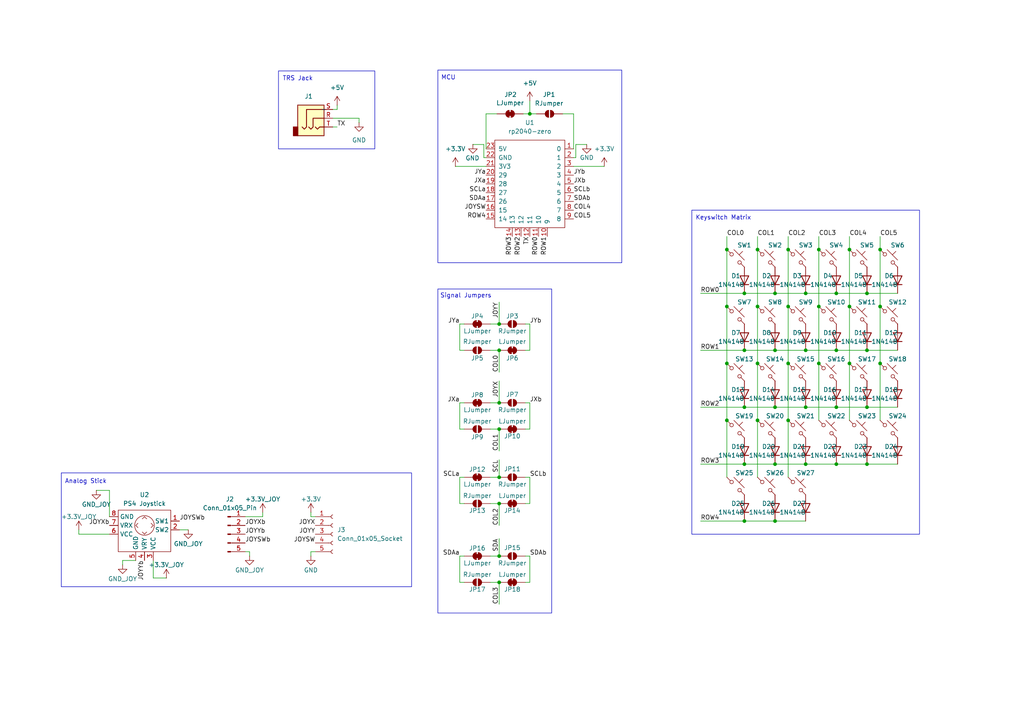
<source format=kicad_sch>
(kicad_sch (version 20231120) (generator "eeschema") (generator_version "8.0")
  (paper "A4")
  (junction (at 224.79 134.62))
  (junction (at 233.68 101.6))
  (junction (at 144.78 101.6))
  (junction (at 210.82 88.9))
  (junction (at 242.57 118.11))
  (junction (at 237.49 72.39))
  (junction (at 144.78 116.84))
  (junction (at 246.38 105.41))
  (junction (at 210.82 121.92))
  (junction (at 215.9 134.62))
  (junction (at 219.71 121.92))
  (junction (at 233.68 118.11))
  (junction (at 242.57 85.09))
  (junction (at 251.46 118.11))
  (junction (at 224.79 85.09))
  (junction (at 144.78 138.43))
  (junction (at 215.9 118.11))
  (junction (at 215.9 151.13))
  (junction (at 228.6 105.41))
  (junction (at 255.27 105.41))
  (junction (at 228.6 72.39))
  (junction (at 233.68 85.09))
  (junction (at 255.27 72.39))
  (junction (at 224.79 118.11))
  (junction (at 228.6 121.92))
  (junction (at 228.6 88.9))
  (junction (at 251.46 101.6))
  (junction (at 219.71 72.39))
  (junction (at 219.71 105.41))
  (junction (at 251.46 134.62))
  (junction (at 246.38 72.39))
  (junction (at 233.68 134.62))
  (junction (at 144.78 168.91))
  (junction (at 144.78 161.29))
  (junction (at 224.79 151.13))
  (junction (at 144.78 93.98))
  (junction (at 237.49 105.41))
  (junction (at 215.9 101.6))
  (junction (at 246.38 88.9))
  (junction (at 251.46 85.09))
  (junction (at 153.67 33.02))
  (junction (at 237.49 88.9))
  (junction (at 255.27 88.9))
  (junction (at 219.71 88.9))
  (junction (at 210.82 72.39))
  (junction (at 215.9 85.09))
  (junction (at 242.57 134.62))
  (junction (at 144.78 124.46))
  (junction (at 144.78 146.05))
  (junction (at 224.79 101.6))
  (junction (at 210.82 105.41))
  (junction (at 242.57 101.6))
  (wire (pts (xy 142.24 101.6) (xy 144.78 101.6)))
  (wire (pts (xy 153.67 124.46) (xy 153.67 116.84)))
  (wire (pts (xy 219.71 88.9) (xy 219.71 105.41)))
  (wire (pts (xy 255.27 105.41) (xy 255.27 121.92)))
  (wire (pts (xy 31.75 154.94) (xy 22.86 154.94)))
  (wire (pts (xy 96.52 36.83) (xy 97.79 36.83)))
  (wire (pts (xy 35.56 163.83) (xy 35.56 162.56)))
  (wire (pts (xy 142.24 93.98) (xy 144.78 93.98)))
  (wire (pts (xy 44.45 162.56) (xy 44.45 167.64)))
  (wire (pts (xy 90.17 160.02) (xy 90.17 161.29)))
  (wire (pts (xy 246.38 105.41) (xy 246.38 121.92)))
  (wire (pts (xy 153.67 138.43) (xy 152.4 138.43)))
  (wire (pts (xy 140.335 45.72) (xy 140.97 45.72)))
  (wire (pts (xy 210.82 121.92) (xy 210.82 138.43)))
  (wire (pts (xy 96.52 34.29) (xy 104.14 34.29)))
  (wire (pts (xy 228.6 68.58) (xy 228.6 72.39)))
  (wire (pts (xy 237.49 72.39) (xy 237.49 88.9)))
  (wire (pts (xy 224.79 101.6) (xy 233.68 101.6)))
  (wire (pts (xy 233.68 134.62) (xy 242.57 134.62)))
  (wire (pts (xy 144.78 101.6) (xy 144.78 107.95)))
  (wire (pts (xy 153.67 168.91) (xy 153.67 161.29)))
  (wire (pts (xy 35.56 162.56) (xy 39.37 162.56)))
  (wire (pts (xy 153.67 101.6) (xy 152.4 101.6)))
  (wire (pts (xy 246.38 72.39) (xy 246.38 88.9)))
  (wire (pts (xy 140.335 41.91) (xy 140.335 45.72)))
  (wire (pts (xy 203.2 134.62) (xy 215.9 134.62)))
  (wire (pts (xy 203.2 101.6) (xy 215.9 101.6)))
  (wire (pts (xy 215.9 85.09) (xy 224.79 85.09)))
  (wire (pts (xy 72.39 160.02) (xy 72.39 161.29)))
  (wire (pts (xy 144.78 146.05) (xy 144.78 152.4)))
  (wire (pts (xy 90.17 148.59) (xy 90.17 149.86)))
  (wire (pts (xy 251.46 118.11) (xy 260.35 118.11)))
  (wire (pts (xy 133.35 168.91) (xy 134.62 168.91)))
  (wire (pts (xy 133.35 93.98) (xy 133.35 101.6)))
  (wire (pts (xy 91.44 149.86) (xy 90.17 149.86)))
  (wire (pts (xy 153.67 93.98) (xy 152.4 93.98)))
  (wire (pts (xy 153.67 29.21) (xy 153.67 33.02)))
  (wire (pts (xy 97.79 31.75) (xy 96.52 31.75)))
  (wire (pts (xy 144.78 133.35) (xy 144.78 138.43)))
  (wire (pts (xy 219.71 105.41) (xy 219.71 121.92)))
  (wire (pts (xy 242.57 118.11) (xy 251.46 118.11)))
  (wire (pts (xy 153.67 146.05) (xy 152.4 146.05)))
  (wire (pts (xy 246.38 68.58) (xy 246.38 72.39)))
  (wire (pts (xy 228.6 105.41) (xy 228.6 121.92)))
  (wire (pts (xy 203.2 85.09) (xy 215.9 85.09)))
  (wire (pts (xy 233.68 85.09) (xy 242.57 85.09)))
  (wire (pts (xy 22.86 154.94) (xy 22.86 153.67)))
  (wire (pts (xy 153.67 116.84) (xy 152.4 116.84)))
  (wire (pts (xy 71.12 149.86) (xy 76.2 149.86)))
  (wire (pts (xy 210.82 68.58) (xy 210.82 72.39)))
  (wire (pts (xy 144.78 156.21) (xy 144.78 161.29)))
  (wire (pts (xy 151.765 33.02) (xy 153.67 33.02)))
  (wire (pts (xy 237.49 88.9) (xy 237.49 105.41)))
  (wire (pts (xy 251.46 101.6) (xy 260.35 101.6)))
  (wire (pts (xy 167.005 45.72) (xy 166.37 45.72)))
  (wire (pts (xy 133.35 101.6) (xy 134.62 101.6)))
  (wire (pts (xy 153.67 168.91) (xy 152.4 168.91)))
  (wire (pts (xy 104.14 34.29) (xy 104.14 35.56)))
  (wire (pts (xy 140.335 41.91) (xy 137.16 41.91)))
  (wire (pts (xy 242.57 85.09) (xy 251.46 85.09)))
  (wire (pts (xy 133.35 138.43) (xy 134.62 138.43)))
  (wire (pts (xy 132.08 48.26) (xy 140.97 48.26)))
  (wire (pts (xy 144.78 87.63) (xy 144.78 93.98)))
  (wire (pts (xy 52.07 153.67) (xy 54.61 153.67)))
  (wire (pts (xy 233.68 101.6) (xy 242.57 101.6)))
  (wire (pts (xy 210.82 88.9) (xy 210.82 105.41)))
  (wire (pts (xy 133.35 93.98) (xy 134.62 93.98)))
  (wire (pts (xy 166.37 43.18) (xy 166.37 33.02)))
  (wire (pts (xy 166.37 33.02) (xy 163.195 33.02)))
  (wire (pts (xy 153.67 146.05) (xy 153.67 138.43)))
  (wire (pts (xy 242.57 101.6) (xy 251.46 101.6)))
  (wire (pts (xy 255.27 68.58) (xy 255.27 72.39)))
  (wire (pts (xy 144.78 124.46) (xy 144.78 130.81)))
  (wire (pts (xy 142.24 161.29) (xy 144.78 161.29)))
  (wire (pts (xy 133.35 116.84) (xy 133.35 124.46)))
  (wire (pts (xy 142.24 146.05) (xy 144.78 146.05)))
  (wire (pts (xy 215.9 151.13) (xy 224.79 151.13)))
  (wire (pts (xy 246.38 88.9) (xy 246.38 105.41)))
  (wire (pts (xy 153.67 161.29) (xy 152.4 161.29)))
  (wire (pts (xy 233.68 118.11) (xy 242.57 118.11)))
  (wire (pts (xy 224.79 85.09) (xy 233.68 85.09)))
  (wire (pts (xy 215.9 101.6) (xy 224.79 101.6)))
  (wire (pts (xy 237.49 105.41) (xy 237.49 121.92)))
  (wire (pts (xy 251.46 134.62) (xy 260.35 134.62)))
  (wire (pts (xy 210.82 105.41) (xy 210.82 121.92)))
  (wire (pts (xy 153.67 101.6) (xy 153.67 93.98)))
  (wire (pts (xy 237.49 68.58) (xy 237.49 72.39)))
  (wire (pts (xy 166.37 48.26) (xy 175.26 48.26)))
  (wire (pts (xy 228.6 72.39) (xy 228.6 88.9)))
  (wire (pts (xy 224.79 118.11) (xy 233.68 118.11)))
  (wire (pts (xy 133.35 124.46) (xy 134.62 124.46)))
  (wire (pts (xy 140.97 33.02) (xy 140.97 43.18)))
  (wire (pts (xy 255.27 72.39) (xy 255.27 88.9)))
  (wire (pts (xy 133.35 116.84) (xy 134.62 116.84)))
  (wire (pts (xy 255.27 88.9) (xy 255.27 105.41)))
  (wire (pts (xy 97.79 31.75) (xy 97.79 30.48)))
  (wire (pts (xy 144.78 110.49) (xy 144.78 116.84)))
  (wire (pts (xy 215.9 134.62) (xy 224.79 134.62)))
  (wire (pts (xy 133.35 161.29) (xy 133.35 168.91)))
  (wire (pts (xy 228.6 88.9) (xy 228.6 105.41)))
  (wire (pts (xy 167.005 41.91) (xy 170.18 41.91)))
  (wire (pts (xy 133.35 146.05) (xy 134.62 146.05)))
  (wire (pts (xy 44.45 167.64) (xy 48.26 167.64)))
  (wire (pts (xy 215.9 118.11) (xy 224.79 118.11)))
  (wire (pts (xy 144.78 168.91) (xy 144.78 175.26)))
  (wire (pts (xy 155.575 33.02) (xy 153.67 33.02)))
  (wire (pts (xy 71.12 160.02) (xy 72.39 160.02)))
  (wire (pts (xy 31.75 142.24) (xy 27.94 142.24)))
  (wire (pts (xy 133.35 161.29) (xy 134.62 161.29)))
  (wire (pts (xy 76.2 148.59) (xy 76.2 149.86)))
  (wire (pts (xy 219.71 72.39) (xy 219.71 88.9)))
  (wire (pts (xy 142.24 168.91) (xy 144.78 168.91)))
  (wire (pts (xy 219.71 121.92) (xy 219.71 138.43)))
  (wire (pts (xy 203.2 118.11) (xy 215.9 118.11)))
  (wire (pts (xy 210.82 72.39) (xy 210.82 88.9)))
  (wire (pts (xy 219.71 68.58) (xy 219.71 72.39)))
  (wire (pts (xy 251.46 85.09) (xy 260.35 85.09)))
  (wire (pts (xy 142.24 138.43) (xy 144.78 138.43)))
  (wire (pts (xy 31.75 149.86) (xy 31.75 142.24)))
  (wire (pts (xy 224.79 151.13) (xy 233.68 151.13)))
  (wire (pts (xy 142.24 116.84) (xy 144.78 116.84)))
  (wire (pts (xy 144.145 33.02) (xy 140.97 33.02)))
  (wire (pts (xy 142.24 124.46) (xy 144.78 124.46)))
  (wire (pts (xy 242.57 134.62) (xy 251.46 134.62)))
  (wire (pts (xy 224.79 134.62) (xy 233.68 134.62)))
  (wire (pts (xy 167.005 41.91) (xy 167.005 45.72)))
  (wire (pts (xy 91.44 160.02) (xy 90.17 160.02)))
  (wire (pts (xy 228.6 121.92) (xy 228.6 138.43)))
  (wire (pts (xy 153.67 124.46) (xy 152.4 124.46)))
  (wire (pts (xy 203.2 151.13) (xy 215.9 151.13)))
  (wire (pts (xy 133.35 138.43) (xy 133.35 146.05)))
  (rectangle (start 17.78 137.16) (end 119.38 170.18))
  (rectangle (start 127 83.82) (end 160.02 177.8))
  (rectangle (start 127 20.32) (end 180.34 76.2))
  (rectangle (start 80.772 20.574) (end 108.712 43.18))
  (rectangle (start 200.66 60.96) (end 266.7 154.94))
  (text "Keyswitch Matrix" (at 209.804 63.246 0) (effects (font (size 1.27 1.27))))
  (text "Signal Jumpers" (at 135.128 85.852 0) (effects (font (size 1.27 1.27))))
  (text "MCU\n" (at 130.048 22.606 0) (effects (font (size 1.27 1.27))))
  (text "Analog Stick" (at 24.892 139.7 0) (effects (font (size 1.27 1.27))))
  (text "TRS Jack" (at 86.36 22.86 0) (effects (font (size 1.27 1.27))))
  (label "ROW1" (at 203.2 101.6 0))
  (label "JXa" (at 133.35 116.84 180))
  (label "ROW3" (at 203.2 134.62 0))
  (label "ROW1" (at 158.75 68.58 270))
  (label "SDAb" (at 153.67 161.29 0))
  (label "JOYXb" (at 31.75 152.4 180))
  (label "JOYYb" (at 41.91 162.56 270))
  (label "SCL" (at 144.78 133.35 270))
  (label "TX" (at 97.79 36.83 0))
  (label "JOYSW" (at 140.97 60.96 180))
  (label "JOYY" (at 144.78 87.63 270))
  (label "COL2" (at 144.78 152.4 90))
  (label "JYb" (at 166.37 50.8 0))
  (label "SCLa" (at 140.97 55.88 180))
  (label "JOYY" (at 91.44 154.94 180))
  (label "SCLa" (at 133.35 138.43 180))
  (label "COL0" (at 144.78 107.95 90))
  (label "SDAa" (at 140.97 58.42 180))
  (label "SDA" (at 144.78 156.21 270))
  (label "JXb" (at 153.67 116.84 0))
  (label "JXb" (at 166.37 53.34 0))
  (label "COL2" (at 228.6 68.58 0))
  (label "ROW4" (at 140.97 63.5 180))
  (label "JYa" (at 133.35 93.98 180))
  (label "COL1" (at 219.71 68.58 0))
  (label "JOYSWb" (at 71.12 157.48 0))
  (label "COL5" (at 255.27 68.58 0))
  (label "COL0" (at 210.82 68.58 0))
  (label "JOYX" (at 144.78 110.49 270))
  (label "ROW3" (at 148.59 68.58 270))
  (label "ROW0" (at 156.21 68.58 270))
  (label "ROW4" (at 203.2 151.13 0))
  (label "ROW2" (at 203.2 118.11 0))
  (label "COL3" (at 144.78 175.26 90))
  (label "TX" (at 153.67 68.58 270))
  (label "SDAa" (at 133.35 161.29 180))
  (label "JXa" (at 140.97 53.34 180))
  (label "JOYX" (at 91.44 152.4 180))
  (label "COL4" (at 246.38 68.58 0))
  (label "JOYSW" (at 91.44 157.48 180))
  (label "ROW0" (at 203.2 85.09 0))
  (label "COL5" (at 166.37 63.5 0))
  (label "COL3" (at 237.49 68.58 0))
  (label "JYa" (at 140.97 50.8 180))
  (label "JOYYb" (at 71.12 154.94 0))
  (label "SDAb" (at 166.37 58.42 0))
  (label "JYb" (at 153.67 93.98 0))
  (label "COL4" (at 166.37 60.96 0))
  (label "JOYXb" (at 71.12 152.4 0))
  (label "SCLb" (at 166.37 55.88 0))
  (label "JOYSWb" (at 52.07 151.13 0))
  (label "ROW2" (at 151.13 68.58 270))
  (label "SCLb" (at 153.67 138.43 0))
  (label "COL1" (at 144.78 130.81 90))
  (symbol (lib_id "Diode:1N4148") (at 251.46 130.81 90) (unit 1)
    (property "Reference" "D23" (at 247.65 129.54 90) (effects (justify right)))
    (property "Value" "1N4148" (at 243.84 132.08 90) (effects (justify right)))
    (property "Footprint" "Diode_THT:D_DO-35_SOD27_P7.62mm_Horizontal" (effects (hide yes)))
    (property "Datasheet" "https://assets.nexperia.com/documents/data-sheet/1N4148_1N4448.pdf" (effects (hide yes)))
    (property "Description" "100V 0.15A standard switching diode, DO-35" (effects (hide yes)))
    (property "Sim.Device" "D" (effects (hide yes)))
    (property "Sim.Pins" "1=K 2=A" (effects (hide yes)))
  )
  (symbol (lib_id "Diode:1N4148") (at 260.35 81.28 90) (unit 1)
    (property "Reference" "D6" (at 256.54 80.01 90) (effects (justify right)))
    (property "Value" "1N4148" (at 252.73 82.55 90) (effects (justify right)))
    (property "Footprint" "Diode_THT:D_DO-35_SOD27_P7.62mm_Horizontal" (effects (hide yes)))
    (property "Datasheet" "https://assets.nexperia.com/documents/data-sheet/1N4148_1N4448.pdf" (effects (hide yes)))
    (property "Description" "100V 0.15A standard switching diode, DO-35" (effects (hide yes)))
    (property "Sim.Device" "D" (effects (hide yes)))
    (property "Sim.Pins" "1=K 2=A" (effects (hide yes)))
  )
  (symbol (lib_id "power:+3.3V") (at 90.17 148.59 0) (unit 1)
    (property "Reference" "#PWR015" (effects (hide yes)))
    (property "Value" "+3.3V" (at 90.17 144.78 0))
    (property "Description" "Power symbol creates a global label with name \"+3.3V\"" (effects (hide yes)))
  )
  (symbol (lib_id "Jumper:SolderJumper_2_Bridged") (at 138.43 116.84 180) (unit 1)
    (property "Reference" "JP8" (at 138.43 114.554 0))
    (property "Value" "LJumper" (at 138.43 118.872 0))
    (property "Footprint" "Jumper:SolderJumper-2_P1.3mm_Open_TrianglePad1.0x1.5mm" (effects (hide yes)))
    (property "Description" "Solder Jumper, 2-pole, closed/bridged" (effects (hide yes)))
  )
  (symbol (lib_id "Diode:1N4148") (at 224.79 114.3 90) (unit 1)
    (property "Reference" "D14" (at 220.98 113.03 90) (effects (justify right)))
    (property "Value" "1N4148" (at 217.17 115.57 90) (effects (justify right)))
    (property "Footprint" "Diode_THT:D_DO-35_SOD27_P7.62mm_Horizontal" (effects (hide yes)))
    (property "Datasheet" "https://assets.nexperia.com/documents/data-sheet/1N4148_1N4448.pdf" (effects (hide yes)))
    (property "Description" "100V 0.15A standard switching diode, DO-35" (effects (hide yes)))
    (property "Sim.Device" "D" (effects (hide yes)))
    (property "Sim.Pins" "1=K 2=A" (effects (hide yes)))
  )
  (symbol (lib_id "Jumper:SolderJumper_2_Open") (at 138.43 124.46 180) (unit 1)
    (property "Reference" "JP9" (at 138.43 126.746 0))
    (property "Value" "RJumper" (at 138.43 122.174 0))
    (property "Footprint" "Jumper:SolderJumper-2_P1.3mm_Open_TrianglePad1.0x1.5mm" (effects (hide yes)))
    (property "Description" "Solder Jumper, 2-pole, open" (effects (hide yes)))
  )
  (symbol (lib_id "power:+3.3V") (at 175.26 48.26 0) (unit 1)
    (property "Reference" "#PWR011" (effects (hide yes)))
    (property "Value" "+3.3V" (at 175.26 43.18 0))
    (property "Description" "Power symbol creates a global label with name \"+3.3V\"" (effects (hide yes)))
  )
  (symbol (lib_id "keyboard:MX 1u PCB") (at 240.03 74.93 0) (unit 1)
    (property "Reference" "SW4" (at 242.57 71.12 0))
    (property "Value" "1u MX" (effects (hide yes)))
    (property "Footprint" "PCM_Switch_Keyboard_Cherry_MX:SW_Cherry_MX_PCB_1.00u" (effects (hide yes)))
    (property "Description" "Cherry MX keyswitch, 1.00u, PCB mount, http://cherryamericas.com/wp-content/uploads/2014/12/mx_cat.pdf" (effects (hide yes)))
  )
  (symbol (lib_id "Diode:1N4148") (at 224.79 97.79 90) (unit 1)
    (property "Reference" "D8" (at 220.98 96.52 90) (effects (justify right)))
    (property "Value" "1N4148" (at 217.17 99.06 90) (effects (justify right)))
    (property "Footprint" "Diode_THT:D_DO-35_SOD27_P7.62mm_Horizontal" (effects (hide yes)))
    (property "Datasheet" "https://assets.nexperia.com/documents/data-sheet/1N4148_1N4448.pdf" (effects (hide yes)))
    (property "Description" "100V 0.15A standard switching diode, DO-35" (effects (hide yes)))
    (property "Sim.Device" "D" (effects (hide yes)))
    (property "Sim.Pins" "1=K 2=A" (effects (hide yes)))
  )
  (symbol (lib_id "Diode:1N4148") (at 242.57 114.3 90) (unit 1)
    (property "Reference" "D16" (at 238.76 113.03 90) (effects (justify right)))
    (property "Value" "1N4148" (at 234.95 115.57 90) (effects (justify right)))
    (property "Footprint" "Diode_THT:D_DO-35_SOD27_P7.62mm_Horizontal" (effects (hide yes)))
    (property "Datasheet" "https://assets.nexperia.com/documents/data-sheet/1N4148_1N4448.pdf" (effects (hide yes)))
    (property "Description" "100V 0.15A standard switching diode, DO-35" (effects (hide yes)))
    (property "Sim.Device" "D" (effects (hide yes)))
    (property "Sim.Pins" "1=K 2=A" (effects (hide yes)))
  )
  (symbol (lib_id "keyboard:MX 1u PCB") (at 257.81 124.46 0) (unit 1)
    (property "Reference" "SW24" (at 260.35 120.65 0))
    (property "Value" "1u MX" (effects (hide yes)))
    (property "Footprint" "PCM_Switch_Keyboard_Cherry_MX:SW_Cherry_MX_PCB_1.00u" (effects (hide yes)))
    (property "Description" "Cherry MX keyswitch, 1.00u, PCB mount, http://cherryamericas.com/wp-content/uploads/2014/12/mx_cat.pdf" (effects (hide yes)))
  )
  (symbol (lib_id "Diode:1N4148") (at 233.68 114.3 90) (unit 1)
    (property "Reference" "D15" (at 229.87 113.03 90) (effects (justify right)))
    (property "Value" "1N4148" (at 226.06 115.57 90) (effects (justify right)))
    (property "Footprint" "Diode_THT:D_DO-35_SOD27_P7.62mm_Horizontal" (effects (hide yes)))
    (property "Datasheet" "https://assets.nexperia.com/documents/data-sheet/1N4148_1N4448.pdf" (effects (hide yes)))
    (property "Description" "100V 0.15A standard switching diode, DO-35" (effects (hide yes)))
    (property "Sim.Device" "D" (effects (hide yes)))
    (property "Sim.Pins" "1=K 2=A" (effects (hide yes)))
  )
  (symbol (lib_id "Jumper:SolderJumper_2_Open") (at 148.59 138.43 0) (unit 1)
    (property "Reference" "JP11" (at 148.59 136.017 0))
    (property "Value" "RJumper" (at 148.59 140.462 0))
    (property "Footprint" "Jumper:SolderJumper-2_P1.3mm_Open_TrianglePad1.0x1.5mm" (effects (hide yes)))
    (property "Description" "Solder Jumper, 2-pole, open" (effects (hide yes)))
  )
  (symbol (lib_id "keyboard:MX 1u PCB") (at 231.14 107.95 0) (unit 1)
    (property "Reference" "SW15" (at 233.68 104.14 0))
    (property "Value" "1u MX" (effects (hide yes)))
    (property "Footprint" "PCM_Switch_Keyboard_Cherry_MX:SW_Cherry_MX_PCB_1.00u" (effects (hide yes)))
    (property "Description" "Cherry MX keyswitch, 1.00u, PCB mount, http://cherryamericas.com/wp-content/uploads/2014/12/mx_cat.pdf" (effects (hide yes)))
  )
  (symbol (lib_id "Diode:1N4148") (at 242.57 130.81 90) (unit 1)
    (property "Reference" "D22" (at 238.76 129.54 90) (effects (justify right)))
    (property "Value" "1N4148" (at 234.95 132.08 90) (effects (justify right)))
    (property "Footprint" "Diode_THT:D_DO-35_SOD27_P7.62mm_Horizontal" (effects (hide yes)))
    (property "Datasheet" "https://assets.nexperia.com/documents/data-sheet/1N4148_1N4448.pdf" (effects (hide yes)))
    (property "Description" "100V 0.15A standard switching diode, DO-35" (effects (hide yes)))
    (property "Sim.Device" "D" (effects (hide yes)))
    (property "Sim.Pins" "1=K 2=A" (effects (hide yes)))
  )
  (symbol (lib_id "Diode:1N4148") (at 224.79 147.32 90) (unit 1)
    (property "Reference" "D26" (at 220.98 146.05 90) (effects (justify right)))
    (property "Value" "1N4148" (at 217.17 148.59 90) (effects (justify right)))
    (property "Footprint" "Diode_THT:D_DO-35_SOD27_P7.62mm_Horizontal" (effects (hide yes)))
    (property "Datasheet" "https://assets.nexperia.com/documents/data-sheet/1N4148_1N4448.pdf" (effects (hide yes)))
    (property "Description" "100V 0.15A standard switching diode, DO-35" (effects (hide yes)))
    (property "Sim.Device" "D" (effects (hide yes)))
    (property "Sim.Pins" "1=K 2=A" (effects (hide yes)))
  )
  (symbol (lib_id "Diode:1N4148") (at 215.9 130.81 90) (unit 1)
    (property "Reference" "D19" (at 212.09 129.54 90) (effects (justify right)))
    (property "Value" "1N4148" (at 208.28 132.08 90) (effects (justify right)))
    (property "Footprint" "Diode_THT:D_DO-35_SOD27_P7.62mm_Horizontal" (effects (hide yes)))
    (property "Datasheet" "https://assets.nexperia.com/documents/data-sheet/1N4148_1N4448.pdf" (effects (hide yes)))
    (property "Description" "100V 0.15A standard switching diode, DO-35" (effects (hide yes)))
    (property "Sim.Device" "D" (effects (hide yes)))
    (property "Sim.Pins" "1=K 2=A" (effects (hide yes)))
  )
  (symbol (lib_id "power:+3.3V") (at 132.08 48.26 0) (unit 1)
    (property "Reference" "#PWR012" (effects (hide yes)))
    (property "Value" "+3.3V" (at 132.08 43.18 0))
    (property "Description" "Power symbol creates a global label with name \"+3.3V\"" (effects (hide yes)))
  )
  (symbol (lib_id "Jumper:SolderJumper_2_Bridged") (at 147.955 33.02 0) (unit 1)
    (property "Reference" "JP2" (at 148.082 27.432 0))
    (property "Value" "LJumper" (at 147.955 29.845 0))
    (property "Footprint" "Jumper:SolderJumper-2_P1.3mm_Open_TrianglePad1.0x1.5mm" (effects (hide yes)))
    (property "Description" "Solder Jumper, 2-pole, closed/bridged" (effects (hide yes)))
  )
  (symbol (lib_id "keyboard:MX 1u PCB") (at 240.03 124.46 0) (unit 1)
    (property "Reference" "SW22" (at 242.57 120.65 0))
    (property "Value" "1u MX" (effects (hide yes)))
    (property "Footprint" "PCM_Switch_Keyboard_Cherry_MX:SW_Cherry_MX_PCB_1.00u" (effects (hide yes)))
    (property "Description" "Cherry MX keyswitch, 1.00u, PCB mount, http://cherryamericas.com/wp-content/uploads/2014/12/mx_cat.pdf" (effects (hide yes)))
  )
  (symbol (lib_id "power:GND") (at 137.16 41.91 0) (mirror y) (unit 1)
    (property "Reference" "#PWR06" (effects (hide yes)))
    (property "Value" "GND" (at 137.033 45.847 0))
    (property "Description" "Power symbol creates a global label with name \"GND\" , ground" (effects (hide yes)))
  )
  (symbol (lib_id "Jumper:SolderJumper_2_Open") (at 148.59 161.29 0) (unit 1)
    (property "Reference" "JP15" (at 148.59 158.877 0))
    (property "Value" "RJumper" (at 148.59 163.322 0))
    (property "Footprint" "Jumper:SolderJumper-2_P1.3mm_Open_TrianglePad1.0x1.5mm" (effects (hide yes)))
    (property "Description" "Solder Jumper, 2-pole, open" (effects (hide yes)))
  )
  (symbol (lib_id "Jumper:SolderJumper_2_Open") (at 138.43 101.6 180) (unit 1)
    (property "Reference" "JP5" (at 138.43 103.886 0))
    (property "Value" "RJumper" (at 138.43 99.06 0))
    (property "Footprint" "Jumper:SolderJumper-2_P1.3mm_Open_TrianglePad1.0x1.5mm" (effects (hide yes)))
    (property "Description" "Solder Jumper, 2-pole, open" (effects (hide yes)))
  )
  (symbol (lib_id "Diode:1N4148") (at 233.68 147.32 90) (unit 1)
    (property "Reference" "D27" (at 229.87 146.05 90) (effects (justify right)))
    (property "Value" "1N4148" (at 226.06 148.59 90) (effects (justify right)))
    (property "Footprint" "Diode_THT:D_DO-35_SOD27_P7.62mm_Horizontal" (effects (hide yes)))
    (property "Datasheet" "https://assets.nexperia.com/documents/data-sheet/1N4148_1N4448.pdf" (effects (hide yes)))
    (property "Description" "100V 0.15A standard switching diode, DO-35" (effects (hide yes)))
    (property "Sim.Device" "D" (effects (hide yes)))
    (property "Sim.Pins" "1=K 2=A" (effects (hide yes)))
  )
  (symbol (lib_id "keyboard:MX 1u PCB") (at 222.25 107.95 0) (unit 1)
    (property "Reference" "SW14" (at 224.79 104.14 0))
    (property "Value" "1u MX" (effects (hide yes)))
    (property "Footprint" "PCM_Switch_Keyboard_Cherry_MX:SW_Cherry_MX_PCB_1.00u" (effects (hide yes)))
    (property "Description" "Cherry MX keyswitch, 1.00u, PCB mount, http://cherryamericas.com/wp-content/uploads/2014/12/mx_cat.pdf" (effects (hide yes)))
  )
  (symbol (lib_id "Diode:1N4148") (at 251.46 114.3 90) (unit 1)
    (property "Reference" "D17" (at 247.65 113.03 90) (effects (justify right)))
    (property "Value" "1N4148" (at 243.84 115.57 90) (effects (justify right)))
    (property "Footprint" "Diode_THT:D_DO-35_SOD27_P7.62mm_Horizontal" (effects (hide yes)))
    (property "Datasheet" "https://assets.nexperia.com/documents/data-sheet/1N4148_1N4448.pdf" (effects (hide yes)))
    (property "Description" "100V 0.15A standard switching diode, DO-35" (effects (hide yes)))
    (property "Sim.Device" "D" (effects (hide yes)))
    (property "Sim.Pins" "1=K 2=A" (effects (hide yes)))
  )
  (symbol (lib_id "keyboard:PS4_Joystick") (at 41.91 152.4 0) (unit 1)
    (property "Reference" "U2" (at 41.91 143.51 0))
    (property "Value" "PS4 Joystick" (at 41.91 146.05 0))
    (property "Footprint" "ps4_joystick:PS4_joystick" (effects (hide yes)))
  )
  (symbol (lib_id "Diode:1N4148") (at 260.35 130.81 90) (unit 1)
    (property "Reference" "D24" (at 256.54 129.54 90) (effects (justify right)))
    (property "Value" "1N4148" (at 252.73 132.08 90) (effects (justify right)))
    (property "Footprint" "Diode_THT:D_DO-35_SOD27_P7.62mm_Horizontal" (effects (hide yes)))
    (property "Datasheet" "https://assets.nexperia.com/documents/data-sheet/1N4148_1N4448.pdf" (effects (hide yes)))
    (property "Description" "100V 0.15A standard switching diode, DO-35" (effects (hide yes)))
    (property "Sim.Device" "D" (effects (hide yes)))
    (property "Sim.Pins" "1=K 2=A" (effects (hide yes)))
  )
  (symbol (lib_id "keyboard:MX 1u PCB") (at 222.25 74.93 0) (unit 1)
    (property "Reference" "SW2" (at 224.79 71.12 0))
    (property "Value" "1u MX" (effects (hide yes)))
    (property "Footprint" "PCM_Switch_Keyboard_Cherry_MX:SW_Cherry_MX_PCB_1.00u" (effects (hide yes)))
    (property "Description" "Cherry MX keyswitch, 1.00u, PCB mount, http://cherryamericas.com/wp-content/uploads/2014/12/mx_cat.pdf" (effects (hide yes)))
  )
  (symbol (lib_id "Diode:1N4148") (at 215.9 81.28 90) (unit 1)
    (property "Reference" "D1" (at 212.09 80.01 90) (effects (justify right)))
    (property "Value" "1N4148" (at 208.28 82.55 90) (effects (justify right)))
    (property "Footprint" "Diode_THT:D_DO-35_SOD27_P7.62mm_Horizontal" (effects (hide yes)))
    (property "Datasheet" "https://assets.nexperia.com/documents/data-sheet/1N4148_1N4448.pdf" (effects (hide yes)))
    (property "Description" "100V 0.15A standard switching diode, DO-35" (effects (hide yes)))
    (property "Sim.Device" "D" (effects (hide yes)))
    (property "Sim.Pins" "1=K 2=A" (effects (hide yes)))
  )
  (symbol (lib_id "keyboard_mcu:rp2040-zero") (at 153.67 52.07 0) (unit 1)
    (property "Reference" "U1" (at 153.67 35.56 0))
    (property "Value" "rp2040-zero" (at 153.67 38.1 0))
    (property "Footprint" "keyboard_mcu:rp2040-zero-tht" (effects (hide yes)))
  )
  (symbol (lib_id "Diode:1N4148") (at 242.57 81.28 90) (unit 1)
    (property "Reference" "D4" (at 238.76 80.01 90) (effects (justify right)))
    (property "Value" "1N4148" (at 234.95 82.55 90) (effects (justify right)))
    (property "Footprint" "Diode_THT:D_DO-35_SOD27_P7.62mm_Horizontal" (effects (hide yes)))
    (property "Datasheet" "https://assets.nexperia.com/documents/data-sheet/1N4148_1N4448.pdf" (effects (hide yes)))
    (property "Description" "100V 0.15A standard switching diode, DO-35" (effects (hide yes)))
    (property "Sim.Device" "D" (effects (hide yes)))
    (property "Sim.Pins" "1=K 2=A" (effects (hide yes)))
  )
  (symbol (lib_id "Jumper:SolderJumper_2_Open") (at 138.43 146.05 180) (unit 1)
    (property "Reference" "JP13" (at 138.43 148.082 0))
    (property "Value" "RJumper" (at 138.43 143.764 0))
    (property "Footprint" "Jumper:SolderJumper-2_P1.3mm_Open_TrianglePad1.0x1.5mm" (effects (hide yes)))
    (property "Description" "Solder Jumper, 2-pole, open" (effects (hide yes)))
  )
  (symbol (lib_id "Diode:1N4148") (at 251.46 81.28 90) (unit 1)
    (property "Reference" "D5" (at 247.65 80.01 90) (effects (justify right)))
    (property "Value" "1N4148" (at 243.84 82.55 90) (effects (justify right)))
    (property "Footprint" "Diode_THT:D_DO-35_SOD27_P7.62mm_Horizontal" (effects (hide yes)))
    (property "Datasheet" "https://assets.nexperia.com/documents/data-sheet/1N4148_1N4448.pdf" (effects (hide yes)))
    (property "Description" "100V 0.15A standard switching diode, DO-35" (effects (hide yes)))
    (property "Sim.Device" "D" (effects (hide yes)))
    (property "Sim.Pins" "1=K 2=A" (effects (hide yes)))
  )
  (symbol (lib_id "keyboard:MX 1u PCB") (at 213.36 74.93 0) (unit 1)
    (property "Reference" "SW1" (at 215.9 71.12 0))
    (property "Value" "1u MX" (effects (hide yes)))
    (property "Footprint" "PCM_Switch_Keyboard_Cherry_MX:SW_Cherry_MX_PCB_1.00u" (effects (hide yes)))
    (property "Description" "Cherry MX keyswitch, 1.00u, PCB mount, http://cherryamericas.com/wp-content/uploads/2014/12/mx_cat.pdf" (effects (hide yes)))
  )
  (symbol (lib_id "keyboard:MX 1u PCB") (at 222.25 140.97 0) (unit 1)
    (property "Reference" "SW26" (at 224.79 137.16 0))
    (property "Value" "1u MX" (effects (hide yes)))
    (property "Footprint" "PCM_Switch_Keyboard_Cherry_MX:SW_Cherry_MX_PCB_1.00u" (effects (hide yes)))
    (property "Description" "Cherry MX keyswitch, 1.00u, PCB mount, http://cherryamericas.com/wp-content/uploads/2014/12/mx_cat.pdf" (effects (hide yes)))
  )
  (symbol (lib_id "keyboard:MX 1u PCB") (at 240.03 91.44 0) (unit 1)
    (property "Reference" "SW10" (at 242.57 87.63 0))
    (property "Value" "1u MX" (effects (hide yes)))
    (property "Footprint" "PCM_Switch_Keyboard_Cherry_MX:SW_Cherry_MX_PCB_1.00u" (effects (hide yes)))
    (property "Description" "Cherry MX keyswitch, 1.00u, PCB mount, http://cherryamericas.com/wp-content/uploads/2014/12/mx_cat.pdf" (effects (hide yes)))
  )
  (symbol (lib_id "power:GND") (at 170.18 41.91 0) (unit 1)
    (property "Reference" "#PWR05" (effects (hide yes)))
    (property "Value" "GND" (at 170.18 45.72 0))
    (property "Description" "Power symbol creates a global label with name \"GND\" , ground" (effects (hide yes)))
  )
  (symbol (lib_id "keyboard:MX 1u PCB") (at 240.03 107.95 0) (unit 1)
    (property "Reference" "SW16" (at 242.57 104.14 0))
    (property "Value" "1u MX" (effects (hide yes)))
    (property "Footprint" "PCM_Switch_Keyboard_Cherry_MX:SW_Cherry_MX_PCB_1.00u" (effects (hide yes)))
    (property "Description" "Cherry MX keyswitch, 1.00u, PCB mount, http://cherryamericas.com/wp-content/uploads/2014/12/mx_cat.pdf" (effects (hide yes)))
  )
  (symbol (lib_id "keyboard:MX 1u PCB") (at 248.92 124.46 0) (unit 1)
    (property "Reference" "SW23" (at 251.46 120.65 0))
    (property "Value" "1u MX" (effects (hide yes)))
    (property "Footprint" "PCM_Switch_Keyboard_Cherry_MX:SW_Cherry_MX_PCB_1.00u" (effects (hide yes)))
    (property "Description" "Cherry MX keyswitch, 1.00u, PCB mount, http://cherryamericas.com/wp-content/uploads/2014/12/mx_cat.pdf" (effects (hide yes)))
  )
  (symbol (lib_id "keyboard:MX 1u PCB") (at 248.92 107.95 0) (unit 1)
    (property "Reference" "SW17" (at 251.46 104.14 0))
    (property "Value" "1u MX" (effects (hide yes)))
    (property "Footprint" "PCM_Switch_Keyboard_Cherry_MX:SW_Cherry_MX_PCB_1.00u" (effects (hide yes)))
    (property "Description" "Cherry MX keyswitch, 1.00u, PCB mount, http://cherryamericas.com/wp-content/uploads/2014/12/mx_cat.pdf" (effects (hide yes)))
  )
  (symbol (lib_id "Diode:1N4148") (at 224.79 130.81 90) (unit 1)
    (property "Reference" "D20" (at 220.98 129.54 90) (effects (justify right)))
    (property "Value" "1N4148" (at 217.17 132.08 90) (effects (justify right)))
    (property "Footprint" "Diode_THT:D_DO-35_SOD27_P7.62mm_Horizontal" (effects (hide yes)))
    (property "Datasheet" "https://assets.nexperia.com/documents/data-sheet/1N4148_1N4448.pdf" (effects (hide yes)))
    (property "Description" "100V 0.15A standard switching diode, DO-35" (effects (hide yes)))
    (property "Sim.Device" "D" (effects (hide yes)))
    (property "Sim.Pins" "1=K 2=A" (effects (hide yes)))
  )
  (symbol (lib_id "Diode:1N4148") (at 233.68 97.79 90) (unit 1)
    (property "Reference" "D9" (at 229.87 96.52 90) (effects (justify right)))
    (property "Value" "1N4148" (at 226.06 99.06 90) (effects (justify right)))
    (property "Footprint" "Diode_THT:D_DO-35_SOD27_P7.62mm_Horizontal" (effects (hide yes)))
    (property "Datasheet" "https://assets.nexperia.com/documents/data-sheet/1N4148_1N4448.pdf" (effects (hide yes)))
    (property "Description" "100V 0.15A standard switching diode, DO-35" (effects (hide yes)))
    (property "Sim.Device" "D" (effects (hide yes)))
    (property "Sim.Pins" "1=K 2=A" (effects (hide yes)))
  )
  (symbol (lib_id "keyboard:MX 1u PCB") (at 257.81 91.44 0) (unit 1)
    (property "Reference" "SW12" (at 260.35 87.63 0))
    (property "Value" "1u MX" (effects (hide yes)))
    (property "Footprint" "PCM_Switch_Keyboard_Cherry_MX:SW_Cherry_MX_PCB_1.00u" (effects (hide yes)))
    (property "Description" "Cherry MX keyswitch, 1.00u, PCB mount, http://cherryamericas.com/wp-content/uploads/2014/12/mx_cat.pdf" (effects (hide yes)))
  )
  (symbol (lib_id "keyboard:MX 1u PCB") (at 231.14 91.44 0) (unit 1)
    (property "Reference" "SW9" (at 233.68 87.63 0))
    (property "Value" "1u MX" (effects (hide yes)))
    (property "Footprint" "PCM_Switch_Keyboard_Cherry_MX:SW_Cherry_MX_PCB_1.00u" (effects (hide yes)))
    (property "Description" "Cherry MX keyswitch, 1.00u, PCB mount, http://cherryamericas.com/wp-content/uploads/2014/12/mx_cat.pdf" (effects (hide yes)))
  )
  (symbol (lib_id "Diode:1N4148") (at 260.35 97.79 90) (unit 1)
    (property "Reference" "D12" (at 256.54 96.52 90) (effects (justify right)))
    (property "Value" "1N4148" (at 252.73 99.06 90) (effects (justify right)))
    (property "Footprint" "Diode_THT:D_DO-35_SOD27_P7.62mm_Horizontal" (effects (hide yes)))
    (property "Datasheet" "https://assets.nexperia.com/documents/data-sheet/1N4148_1N4448.pdf" (effects (hide yes)))
    (property "Description" "100V 0.15A standard switching diode, DO-35" (effects (hide yes)))
    (property "Sim.Device" "D" (effects (hide yes)))
    (property "Sim.Pins" "1=K 2=A" (effects (hide yes)))
  )
  (symbol (lib_id "keyboard:MX 1u PCB") (at 231.14 74.93 0) (unit 1)
    (property "Reference" "SW3" (at 233.68 71.12 0))
    (property "Value" "1u MX" (effects (hide yes)))
    (property "Footprint" "PCM_Switch_Keyboard_Cherry_MX:SW_Cherry_MX_PCB_1.00u" (effects (hide yes)))
    (property "Description" "Cherry MX keyswitch, 1.00u, PCB mount, http://cherryamericas.com/wp-content/uploads/2014/12/mx_cat.pdf" (effects (hide yes)))
  )
  (symbol (lib_id "keyboard:MX 1u PCB") (at 257.81 74.93 0) (unit 1)
    (property "Reference" "SW6" (at 260.35 71.12 0))
    (property "Value" "1u MX" (effects (hide yes)))
    (property "Footprint" "PCM_Switch_Keyboard_Cherry_MX:SW_Cherry_MX_PCB_1.00u" (effects (hide yes)))
    (property "Description" "Cherry MX keyswitch, 1.00u, PCB mount, http://cherryamericas.com/wp-content/uploads/2014/12/mx_cat.pdf" (effects (hide yes)))
  )
  (symbol (lib_id "Diode:1N4148") (at 215.9 147.32 90) (unit 1)
    (property "Reference" "D25" (at 212.09 146.05 90) (effects (justify right)))
    (property "Value" "1N4148" (at 208.28 148.59 90) (effects (justify right)))
    (property "Footprint" "Diode_THT:D_DO-35_SOD27_P7.62mm_Horizontal" (effects (hide yes)))
    (property "Datasheet" "https://assets.nexperia.com/documents/data-sheet/1N4148_1N4448.pdf" (effects (hide yes)))
    (property "Description" "100V 0.15A standard switching diode, DO-35" (effects (hide yes)))
    (property "Sim.Device" "D" (effects (hide yes)))
    (property "Sim.Pins" "1=K 2=A" (effects (hide yes)))
  )
  (symbol (lib_id "keyboard:MX 1u PCB") (at 213.36 91.44 0) (unit 1)
    (property "Reference" "SW7" (at 215.9 87.63 0))
    (property "Value" "1u MX" (effects (hide yes)))
    (property "Footprint" "PCM_Switch_Keyboard_Cherry_MX:SW_Cherry_MX_PCB_1.00u" (effects (hide yes)))
    (property "Description" "Cherry MX keyswitch, 1.00u, PCB mount, http://cherryamericas.com/wp-content/uploads/2014/12/mx_cat.pdf" (effects (hide yes)))
  )
  (symbol (lib_id "Jumper:SolderJumper_2_Open") (at 159.385 33.02 180) (unit 1)
    (property "Reference" "JP1" (at 159.258 27.432 0))
    (property "Value" "RJumper" (at 159.258 29.972 0))
    (property "Footprint" "Jumper:SolderJumper-2_P1.3mm_Open_TrianglePad1.0x1.5mm" (effects (hide yes)))
    (property "Description" "Solder Jumper, 2-pole, open" (effects (hide yes)))
  )
  (symbol (lib_id "Diode:1N4148") (at 233.68 130.81 90) (unit 1)
    (property "Reference" "D21" (at 229.87 129.54 90) (effects (justify right)))
    (property "Value" "1N4148" (at 226.06 132.08 90) (effects (justify right)))
    (property "Footprint" "Diode_THT:D_DO-35_SOD27_P7.62mm_Horizontal" (effects (hide yes)))
    (property "Datasheet" "https://assets.nexperia.com/documents/data-sheet/1N4148_1N4448.pdf" (effects (hide yes)))
    (property "Description" "100V 0.15A standard switching diode, DO-35" (effects (hide yes)))
    (property "Sim.Device" "D" (effects (hide yes)))
    (property "Sim.Pins" "1=K 2=A" (effects (hide yes)))
  )
  (symbol (lib_id "keyboard:MX 1u PCB") (at 213.36 140.97 0) (unit 1)
    (property "Reference" "SW25" (at 215.9 137.16 0))
    (property "Value" "1u MX" (effects (hide yes)))
    (property "Footprint" "PCM_Switch_Keyboard_Cherry_MX:SW_Cherry_MX_PCB_1.00u" (effects (hide yes)))
    (property "Description" "Cherry MX keyswitch, 1.00u, PCB mount, http://cherryamericas.com/wp-content/uploads/2014/12/mx_cat.pdf" (effects (hide yes)))
  )
  (symbol (lib_id "power:+5V") (at 153.67 29.21 0) (unit 1)
    (property "Reference" "#PWR01" (effects (hide yes)))
    (property "Value" "+5V" (at 153.67 24.13 0))
    (property "Description" "Power symbol creates a global label with name \"+5V\"" (effects (hide yes)))
  )
  (symbol (lib_id "keyboard:MX 1u PCB") (at 222.25 91.44 0) (unit 1)
    (property "Reference" "SW8" (at 224.79 87.63 0))
    (property "Value" "1u MX" (effects (hide yes)))
    (property "Footprint" "PCM_Switch_Keyboard_Cherry_MX:SW_Cherry_MX_PCB_1.00u" (effects (hide yes)))
    (property "Description" "Cherry MX keyswitch, 1.00u, PCB mount, http://cherryamericas.com/wp-content/uploads/2014/12/mx_cat.pdf" (effects (hide yes)))
  )
  (symbol (lib_id "keyboard:MX 1u PCB") (at 257.81 107.95 0) (unit 1)
    (property "Reference" "SW18" (at 260.35 104.14 0))
    (property "Value" "1u MX" (effects (hide yes)))
    (property "Footprint" "PCM_Switch_Keyboard_Cherry_MX:SW_Cherry_MX_PCB_1.00u" (effects (hide yes)))
    (property "Description" "Cherry MX keyswitch, 1.00u, PCB mount, http://cherryamericas.com/wp-content/uploads/2014/12/mx_cat.pdf" (effects (hide yes)))
  )
  (symbol (lib_id "power:GND") (at 27.94 142.24 0) (unit 1)
    (property "Reference" "#PWR010" (effects (hide yes)))
    (property "Value" "GND_JOY" (at 27.94 146.304 0))
    (property "Description" "Power symbol creates a global label with name \"GND\" , ground" (effects (hide yes)))
  )
  (symbol (lib_id "keyboard:MX 1u PCB") (at 222.25 124.46 0) (unit 1)
    (property "Reference" "SW20" (at 224.79 120.65 0))
    (property "Value" "1u MX" (effects (hide yes)))
    (property "Footprint" "PCM_Switch_Keyboard_Cherry_MX:SW_Cherry_MX_PCB_1.00u" (effects (hide yes)))
    (property "Description" "Cherry MX keyswitch, 1.00u, PCB mount, http://cherryamericas.com/wp-content/uploads/2014/12/mx_cat.pdf" (effects (hide yes)))
  )
  (symbol (lib_id "Jumper:SolderJumper_2_Open") (at 148.59 93.98 0) (unit 1)
    (property "Reference" "JP3" (at 148.59 91.694 0))
    (property "Value" "RJumper" (at 148.59 96.012 0))
    (property "Footprint" "Jumper:SolderJumper-2_P1.3mm_Open_TrianglePad1.0x1.5mm" (effects (hide yes)))
    (property "Description" "Solder Jumper, 2-pole, open" (effects (hide yes)))
  )
  (symbol (lib_id "Jumper:SolderJumper_2_Bridged") (at 138.43 93.98 180) (unit 1)
    (property "Reference" "JP4" (at 138.43 91.694 0))
    (property "Value" "LJumper" (at 138.43 96.012 0))
    (property "Footprint" "Jumper:SolderJumper-2_P1.3mm_Open_TrianglePad1.0x1.5mm" (effects (hide yes)))
    (property "Description" "Solder Jumper, 2-pole, closed/bridged" (effects (hide yes)))
  )
  (symbol (lib_id "Diode:1N4148") (at 224.79 81.28 90) (unit 1)
    (property "Reference" "D2" (at 220.98 80.01 90) (effects (justify right)))
    (property "Value" "1N4148" (at 217.17 82.55 90) (effects (justify right)))
    (property "Footprint" "Diode_THT:D_DO-35_SOD27_P7.62mm_Horizontal" (effects (hide yes)))
    (property "Datasheet" "https://assets.nexperia.com/documents/data-sheet/1N4148_1N4448.pdf" (effects (hide yes)))
    (property "Description" "100V 0.15A standard switching diode, DO-35" (effects (hide yes)))
    (property "Sim.Device" "D" (effects (hide yes)))
    (property "Sim.Pins" "1=K 2=A" (effects (hide yes)))
  )
  (symbol (lib_id "Diode:1N4148") (at 215.9 97.79 90) (unit 1)
    (property "Reference" "D7" (at 212.09 96.52 90) (effects (justify right)))
    (property "Value" "1N4148" (at 208.28 99.06 90) (effects (justify right)))
    (property "Footprint" "Diode_THT:D_DO-35_SOD27_P7.62mm_Horizontal" (effects (hide yes)))
    (property "Datasheet" "https://assets.nexperia.com/documents/data-sheet/1N4148_1N4448.pdf" (effects (hide yes)))
    (property "Description" "100V 0.15A standard switching diode, DO-35" (effects (hide yes)))
    (property "Sim.Device" "D" (effects (hide yes)))
    (property "Sim.Pins" "1=K 2=A" (effects (hide yes)))
  )
  (symbol (lib_id "Diode:1N4148") (at 251.46 97.79 90) (unit 1)
    (property "Reference" "D11" (at 247.65 96.52 90) (effects (justify right)))
    (property "Value" "1N4148" (at 243.84 99.06 90) (effects (justify right)))
    (property "Footprint" "Diode_THT:D_DO-35_SOD27_P7.62mm_Horizontal" (effects (hide yes)))
    (property "Datasheet" "https://assets.nexperia.com/documents/data-sheet/1N4148_1N4448.pdf" (effects (hide yes)))
    (property "Description" "100V 0.15A standard switching diode, DO-35" (effects (hide yes)))
    (property "Sim.Device" "D" (effects (hide yes)))
    (property "Sim.Pins" "1=K 2=A" (effects (hide yes)))
  )
  (symbol (lib_id "Jumper:SolderJumper_2_Open") (at 148.59 116.84 0) (unit 1)
    (property "Reference" "JP7" (at 148.59 114.427 0))
    (property "Value" "RJumper" (at 148.59 118.872 0))
    (property "Footprint" "Jumper:SolderJumper-2_P1.3mm_Open_TrianglePad1.0x1.5mm" (effects (hide yes)))
    (property "Description" "Solder Jumper, 2-pole, open" (effects (hide yes)))
  )
  (symbol (lib_id "Connector:Conn_01x05_Pin") (at 66.04 154.94 0) (unit 1)
    (property "Reference" "J2" (at 66.675 144.78 0))
    (property "Value" "Conn_01x05_Pin" (at 66.675 147.32 0))
    (property "Footprint" "keyboard:5_Solder_Pad" (effects (hide yes)))
    (property "Description" "Generic connector, single row, 01x05, script generated" (effects (hide yes)))
  )
  (symbol (lib_id "Jumper:SolderJumper_2_Bridged") (at 148.59 124.46 0) (unit 1)
    (property "Reference" "JP10" (at 148.59 126.492 0))
    (property "Value" "LJumper" (at 148.59 122.174 0))
    (property "Footprint" "Jumper:SolderJumper-2_P1.3mm_Open_TrianglePad1.0x1.5mm" (effects (hide yes)))
    (property "Description" "Solder Jumper, 2-pole, closed/bridged" (effects (hide yes)))
  )
  (symbol (lib_id "power:GND") (at 35.56 163.83 0) (unit 1)
    (property "Reference" "#PWR09" (effects (hide yes)))
    (property "Value" "GND_JOY" (at 35.56 167.894 0))
    (property "Description" "Power symbol creates a global label with name \"GND\" , ground" (effects (hide yes)))
  )
  (symbol (lib_id "keyboard:MX 1u PCB") (at 213.36 107.95 0) (unit 1)
    (property "Reference" "SW13" (at 215.9 104.14 0))
    (property "Value" "1u MX" (effects (hide yes)))
    (property "Footprint" "PCM_Switch_Keyboard_Cherry_MX:SW_Cherry_MX_PCB_1.00u" (effects (hide yes)))
    (property "Description" "Cherry MX keyswitch, 1.00u, PCB mount, http://cherryamericas.com/wp-content/uploads/2014/12/mx_cat.pdf" (effects (hide yes)))
  )
  (symbol (lib_id "keyboard:MX 1u PCB") (at 248.92 91.44 0) (unit 1)
    (property "Reference" "SW11" (at 251.46 87.63 0))
    (property "Value" "1u MX" (effects (hide yes)))
    (property "Footprint" "PCM_Switch_Keyboard_Cherry_MX:SW_Cherry_MX_PCB_1.00u" (effects (hide yes)))
    (property "Description" "Cherry MX keyswitch, 1.00u, PCB mount, http://cherryamericas.com/wp-content/uploads/2014/12/mx_cat.pdf" (effects (hide yes)))
  )
  (symbol (lib_id "power:+3.3V") (at 22.86 153.67 0) (unit 1)
    (property "Reference" "#PWR07" (effects (hide yes)))
    (property "Value" "+3.3V_JOY" (at 22.86 149.86 0))
    (property "Description" "Power symbol creates a global label with name \"+3.3V\"" (effects (hide yes)))
  )
  (symbol (lib_id "Diode:1N4148") (at 242.57 97.79 90) (unit 1)
    (property "Reference" "D10" (at 238.76 96.52 90) (effects (justify right)))
    (property "Value" "1N4148" (at 234.95 99.06 90) (effects (justify right)))
    (property "Footprint" "Diode_THT:D_DO-35_SOD27_P7.62mm_Horizontal" (effects (hide yes)))
    (property "Datasheet" "https://assets.nexperia.com/documents/data-sheet/1N4148_1N4448.pdf" (effects (hide yes)))
    (property "Description" "100V 0.15A standard switching diode, DO-35" (effects (hide yes)))
    (property "Sim.Device" "D" (effects (hide yes)))
    (property "Sim.Pins" "1=K 2=A" (effects (hide yes)))
  )
  (symbol (lib_id "keyboard:MX 1u PCB") (at 248.92 74.93 0) (unit 1)
    (property "Reference" "SW5" (at 251.46 71.12 0))
    (property "Value" "1u MX" (effects (hide yes)))
    (property "Footprint" "PCM_Switch_Keyboard_Cherry_MX:SW_Cherry_MX_PCB_1.00u" (effects (hide yes)))
    (property "Description" "Cherry MX keyswitch, 1.00u, PCB mount, http://cherryamericas.com/wp-content/uploads/2014/12/mx_cat.pdf" (effects (hide yes)))
  )
  (symbol (lib_id "power:+3.3V") (at 48.26 167.64 0) (unit 1)
    (property "Reference" "#PWR08" (effects (hide yes)))
    (property "Value" "+3.3V_JOY" (at 48.26 163.83 0))
    (property "Description" "Power symbol creates a global label with name \"+3.3V\"" (effects (hide yes)))
  )
  (symbol (lib_id "Jumper:SolderJumper_2_Bridged") (at 148.59 146.05 0) (unit 1)
    (property "Reference" "JP14" (at 148.59 148.082 0))
    (property "Value" "LJumper" (at 148.59 143.764 0))
    (property "Footprint" "Jumper:SolderJumper-2_P1.3mm_Open_TrianglePad1.0x1.5mm" (effects (hide yes)))
    (property "Description" "Solder Jumper, 2-pole, closed/bridged" (effects (hide yes)))
  )
  (symbol (lib_id "Connector:Conn_01x05_Socket") (at 96.52 154.94 0) (unit 1)
    (property "Reference" "J3" (at 97.79 153.6699 0) (effects (justify left)))
    (property "Value" "Conn_01x05_Socket" (at 97.79 156.2099 0) (effects (justify left)))
    (property "Footprint" "keyboard:5_Solder_Pad" (effects (hide yes)))
    (property "Description" "Generic connector, single row, 01x05, script generated" (effects (hide yes)))
  )
  (symbol (lib_id "power:GND") (at 104.14 35.56 0) (unit 1)
    (property "Reference" "#PWR03" (effects (hide yes)))
    (property "Value" "GND" (at 104.14 40.64 0))
    (property "Description" "Power symbol creates a global label with name \"GND\" , ground" (effects (hide yes)))
  )
  (symbol (lib_id "keyboard:MX 1u PCB") (at 213.36 124.46 0) (unit 1)
    (property "Reference" "SW19" (at 215.9 120.65 0))
    (property "Value" "1u MX" (effects (hide yes)))
    (property "Footprint" "PCM_Switch_Keyboard_Cherry_MX:SW_Cherry_MX_PCB_1.00u" (effects (hide yes)))
    (property "Description" "Cherry MX keyswitch, 1.00u, PCB mount, http://cherryamericas.com/wp-content/uploads/2014/12/mx_cat.pdf" (effects (hide yes)))
  )
  (symbol (lib_id "keyboard:MX 1u PCB") (at 231.14 140.97 0) (unit 1)
    (property "Reference" "SW27" (at 233.68 137.16 0))
    (property "Value" "1u MX" (effects (hide yes)))
    (property "Footprint" "PCM_Switch_Keyboard_Cherry_MX:SW_Cherry_MX_PCB_1.00u" (effects (hide yes)))
    (property "Description" "Cherry MX keyswitch, 1.00u, PCB mount, http://cherryamericas.com/wp-content/uploads/2014/12/mx_cat.pdf" (effects (hide yes)))
  )
  (symbol (lib_id "Jumper:SolderJumper_2_Bridged") (at 148.59 101.6 0) (unit 1)
    (property "Reference" "JP6" (at 148.59 103.886 0))
    (property "Value" "LJumper" (at 148.59 99.06 0))
    (property "Footprint" "Jumper:SolderJumper-2_P1.3mm_Open_TrianglePad1.0x1.5mm" (effects (hide yes)))
    (property "Description" "Solder Jumper, 2-pole, closed/bridged" (effects (hide yes)))
  )
  (symbol (lib_id "Jumper:SolderJumper_2_Bridged") (at 138.43 138.43 180) (unit 1)
    (property "Reference" "JP12" (at 138.43 136.144 0))
    (property "Value" "LJumper" (at 138.43 140.462 0))
    (property "Footprint" "Jumper:SolderJumper-2_P1.3mm_Open_TrianglePad1.0x1.5mm" (effects (hide yes)))
    (property "Description" "Solder Jumper, 2-pole, closed/bridged" (effects (hide yes)))
  )
  (symbol (lib_id "power:GND") (at 54.61 153.67 0) (unit 1)
    (property "Reference" "#PWR04" (effects (hide yes)))
    (property "Value" "GND_JOY" (at 54.61 157.734 0))
    (property "Description" "Power symbol creates a global label with name \"GND\" , ground" (effects (hide yes)))
  )
  (symbol (lib_id "power:+5V") (at 97.79 30.48 0) (unit 1)
    (property "Reference" "#PWR02" (effects (hide yes)))
    (property "Value" "+5V" (at 97.79 25.4 0))
    (property "Description" "Power symbol creates a global label with name \"+5V\"" (effects (hide yes)))
  )
  (symbol (lib_id "Diode:1N4148") (at 260.35 114.3 90) (unit 1)
    (property "Reference" "D18" (at 256.54 113.03 90) (effects (justify right)))
    (property "Value" "1N4148" (at 252.73 115.57 90) (effects (justify right)))
    (property "Footprint" "Diode_THT:D_DO-35_SOD27_P7.62mm_Horizontal" (effects (hide yes)))
    (property "Datasheet" "https://assets.nexperia.com/documents/data-sheet/1N4148_1N4448.pdf" (effects (hide yes)))
    (property "Description" "100V 0.15A standard switching diode, DO-35" (effects (hide yes)))
    (property "Sim.Device" "D" (effects (hide yes)))
    (property "Sim.Pins" "1=K 2=A" (effects (hide yes)))
  )
  (symbol (lib_id "power:+3.3V") (at 76.2 148.59 0) (unit 1)
    (property "Reference" "#PWR014" (effects (hide yes)))
    (property "Value" "+3.3V_JOY" (at 76.2 144.78 0))
    (property "Description" "Power symbol creates a global label with name \"+3.3V\"" (effects (hide yes)))
  )
  (symbol (lib_id "Diode:1N4148") (at 215.9 114.3 90) (unit 1)
    (property "Reference" "D13" (at 212.09 113.03 90) (effects (justify right)))
    (property "Value" "1N4148" (at 208.28 115.57 90) (effects (justify right)))
    (property "Footprint" "Diode_THT:D_DO-35_SOD27_P7.62mm_Horizontal" (effects (hide yes)))
    (property "Datasheet" "https://assets.nexperia.com/documents/data-sheet/1N4148_1N4448.pdf" (effects (hide yes)))
    (property "Description" "100V 0.15A standard switching diode, DO-35" (effects (hide yes)))
    (property "Sim.Device" "D" (effects (hide yes)))
    (property "Sim.Pins" "1=K 2=A" (effects (hide yes)))
  )
  (symbol (lib_id "keyboard:MX 1u PCB") (at 231.14 124.46 0) (unit 1)
    (property "Reference" "SW21" (at 233.68 120.65 0))
    (property "Value" "1u MX" (effects (hide yes)))
    (property "Footprint" "PCM_Switch_Keyboard_Cherry_MX:SW_Cherry_MX_PCB_1.00u" (effects (hide yes)))
    (property "Description" "Cherry MX keyswitch, 1.00u, PCB mount, http://cherryamericas.com/wp-content/uploads/2014/12/mx_cat.pdf" (effects (hide yes)))
  )
  (symbol (lib_id "power:GND") (at 90.17 161.29 0) (unit 1)
    (property "Reference" "#PWR016" (effects (hide yes)))
    (property "Value" "GND" (at 90.17 165.354 0))
    (property "Description" "Power symbol creates a global label with name \"GND\" , ground" (effects (hide yes)))
  )
  (symbol (lib_id "Jumper:SolderJumper_2_Bridged") (at 138.43 161.29 180) (unit 1)
    (property "Reference" "JP16" (at 138.43 159.004 0))
    (property "Value" "LJumper" (at 138.43 163.322 0))
    (property "Footprint" "Jumper:SolderJumper-2_P1.3mm_Open_TrianglePad1.0x1.5mm" (effects (hide yes)))
    (property "Description" "Solder Jumper, 2-pole, closed/bridged" (effects (hide yes)))
  )
  (symbol (lib_id "keyboard:PJ316 TRS Jack") (at 90.17 38.1 0) (unit 1)
    (property "Reference" "J1" (at 89.535 27.94 0))
    (property "Value" "~" (at 93.98 31.75 0))
    (property "Footprint" "keyboard:PJ316 TRS" (effects (hide yes)))
  )
  (symbol (lib_id "Jumper:SolderJumper_2_Bridged") (at 148.59 168.91 0) (unit 1)
    (property "Reference" "JP18" (at 148.59 170.942 0))
    (property "Value" "LJumper" (at 148.59 166.624 0))
    (property "Footprint" "Jumper:SolderJumper-2_P1.3mm_Open_TrianglePad1.0x1.5mm" (effects (hide yes)))
    (property "Description" "Solder Jumper, 2-pole, closed/bridged" (effects (hide yes)))
  )
  (symbol (lib_id "power:GND") (at 72.39 161.29 0) (unit 1)
    (property "Reference" "#PWR013" (effects (hide yes)))
    (property "Value" "GND_JOY" (at 72.39 165.354 0))
    (property "Description" "Power symbol creates a global label with name \"GND\" , ground" (effects (hide yes)))
  )
  (symbol (lib_id "Jumper:SolderJumper_2_Open") (at 138.43 168.91 180) (unit 1)
    (property "Reference" "JP17" (at 138.43 170.942 0))
    (property "Value" "RJumper" (at 138.43 166.624 0))
    (property "Footprint" "Jumper:SolderJumper-2_P1.3mm_Open_TrianglePad1.0x1.5mm" (effects (hide yes)))
    (property "Description" "Solder Jumper, 2-pole, open" (effects (hide yes)))
  )
  (symbol (lib_id "Diode:1N4148") (at 233.68 81.28 90) (unit 1)
    (property "Reference" "D3" (at 229.87 80.01 90) (effects (justify right)))
    (property "Value" "1N4148" (at 226.06 82.55 90) (effects (justify right)))
    (property "Footprint" "Diode_THT:D_DO-35_SOD27_P7.62mm_Horizontal" (effects (hide yes)))
    (property "Datasheet" "https://assets.nexperia.com/documents/data-sheet/1N4148_1N4448.pdf" (effects (hide yes)))
    (property "Description" "100V 0.15A standard switching diode, DO-35" (effects (hide yes)))
    (property "Sim.Device" "D" (effects (hide yes)))
    (property "Sim.Pins" "1=K 2=A" (effects (hide yes)))
  )
)
</source>
